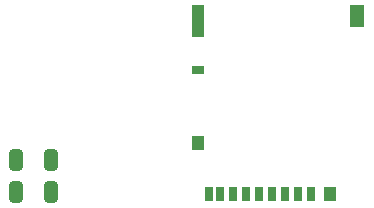
<source format=gbr>
G04 #@! TF.GenerationSoftware,KiCad,Pcbnew,6.0.6+dfsg-1*
G04 #@! TF.CreationDate,2022-10-02T17:16:31+02:00*
G04 #@! TF.ProjectId,demiurge,64656d69-7572-4676-952e-6b696361645f,G*
G04 #@! TF.SameCoordinates,Original*
G04 #@! TF.FileFunction,Paste,Bot*
G04 #@! TF.FilePolarity,Positive*
%FSLAX46Y46*%
G04 Gerber Fmt 4.6, Leading zero omitted, Abs format (unit mm)*
G04 Created by KiCad (PCBNEW 6.0.6+dfsg-1) date 2022-10-02 17:16:31*
%MOMM*%
%LPD*%
G01*
G04 APERTURE LIST*
G04 Aperture macros list*
%AMRoundRect*
0 Rectangle with rounded corners*
0 $1 Rounding radius*
0 $2 $3 $4 $5 $6 $7 $8 $9 X,Y pos of 4 corners*
0 Add a 4 corners polygon primitive as box body*
4,1,4,$2,$3,$4,$5,$6,$7,$8,$9,$2,$3,0*
0 Add four circle primitives for the rounded corners*
1,1,$1+$1,$2,$3*
1,1,$1+$1,$4,$5*
1,1,$1+$1,$6,$7*
1,1,$1+$1,$8,$9*
0 Add four rect primitives between the rounded corners*
20,1,$1+$1,$2,$3,$4,$5,0*
20,1,$1+$1,$4,$5,$6,$7,0*
20,1,$1+$1,$6,$7,$8,$9,0*
20,1,$1+$1,$8,$9,$2,$3,0*%
G04 Aperture macros list end*
%ADD10RoundRect,0.250000X-0.325000X-0.650000X0.325000X-0.650000X0.325000X0.650000X-0.325000X0.650000X0*%
%ADD11R,0.700000X1.200000*%
%ADD12R,1.000000X0.800000*%
%ADD13R,1.000000X1.200000*%
%ADD14R,1.000000X2.800000*%
%ADD15R,1.300000X1.900000*%
%ADD16RoundRect,0.250000X0.325000X0.650000X-0.325000X0.650000X-0.325000X-0.650000X0.325000X-0.650000X0*%
G04 APERTURE END LIST*
D10*
X77825000Y-64643000D03*
X80775000Y-64643000D03*
D11*
X102851000Y-67542000D03*
X101751000Y-67542000D03*
X100651000Y-67542000D03*
X99551000Y-67542000D03*
X98451000Y-67542000D03*
X97351000Y-67542000D03*
X96251000Y-67542000D03*
X95151000Y-67542000D03*
X94201000Y-67542000D03*
D12*
X93251000Y-57042000D03*
D13*
X93251000Y-63242000D03*
D14*
X93251000Y-52892000D03*
D15*
X106751000Y-52442000D03*
D13*
X104401000Y-67542000D03*
D16*
X80775000Y-67386200D03*
X77825000Y-67386200D03*
M02*

</source>
